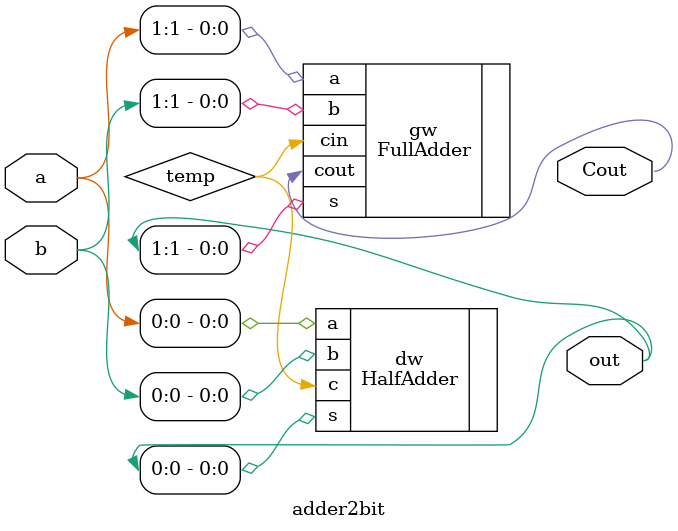
<source format=v>
module adder2bit(
    input           [1:0]         a,
    input           [1:0]         b,
    output          [1:0]         out,
    output                        Cout
);
// Write your code here
wire temp;
HalfAdder dw(
    .a(a[0]),
    .b(b[0]),
    .s(out[0]),
    .c(temp)
);
FullAdder gw(
    .a(a[1]),
    .b(b[1]),
    .cin(temp),
    .s(out[1]),
    .cout(Cout)
);
// End of your code
endmodule
</source>
